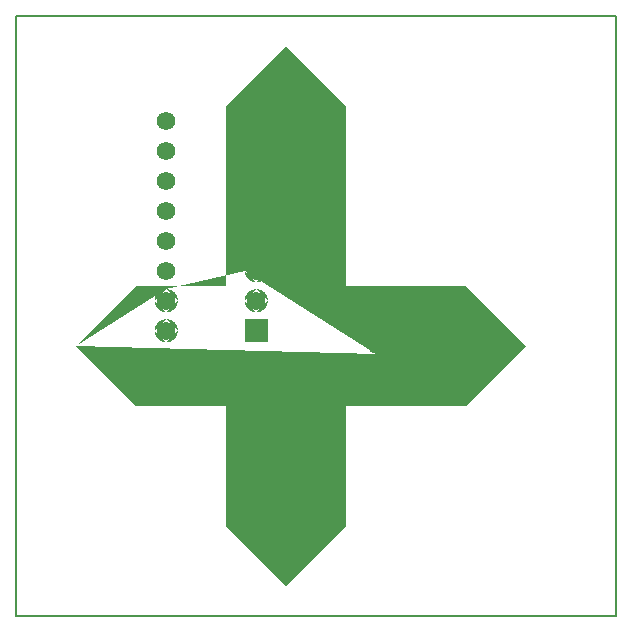
<source format=gtl>
G04 Format statement*
%FSLAX23Y23*%
%MOIN*%
G04 Apeture information*
%ADD10C,.003*%
%ADD11C,.005*%
%ADD12C,.001*%
%ADD13C,.008*%
%ADD14R,.062X.062*%
%ADD15R,.068X.068*%
%ADD16C,.062*%
%ADD17C,.068*%
%ADD18C,.040*%
%ADD19C,.046*%
%ADD20C,.006*%
G04 End of apeture information*
D14*D02*X800Y950*D03*
D16*D02*X800Y1050*D03*
D02*X800Y1150*D03*
D02*X800Y1250*D03*
D02*X800Y1350*D03*
D02*X800Y1450*D03*
D02*X800Y1550*D03*
D02*X800Y1650*D03*
D02*X500Y1650*D03*
D02*X500Y1550*D03*
D02*X500Y1450*D03*
D02*X500Y1350*D03*
D02*X500Y1250*D03*
D02*X500Y1150*D03*
D02*X500Y1050*D03*
D02*X500Y950*D03*
D13*D02*X0Y0*D01*X0Y2000*D02*
D02*X0Y2000*D01*X2000Y2000*D02*
D02*X2000Y0*D01*X2000Y2000*D02*
D02*X0Y0*D01*X2000Y0*D02*
D18*D02*X1200Y900*D03*
D02*X1300Y900*D03*
D12*
G36*
X200Y900D02*X400Y700D01*X700Y700D01*X700Y300D01*X900Y100D01*X1100Y300D01*X1100Y700D01*X1200Y700D01*X1200Y872D01*G74*G01X1200Y872D02*G02X1172Y900I0J28D01*D02*G01*
G74*G01X1172Y900D02*G02X1200Y928I28J0D01*D02*G01*
G74*G01X1200Y928D02*G02X1228Y900I0J28D01*D02*G01*
X1272Y900D01*G74*G01X1272Y900D02*G02X1300Y928I28J0D01*D02*G01*
G74*G01X1300Y928D02*G02X1328Y900I0J28D01*D02*G01*
G74*G01X1328Y900D02*G02X1300Y872I28J0D01*D02*G01*
G74*G01X1300Y872D02*G02X1272Y900I0J28D01*D02*G01*
X1228Y900D01*G74*G01X1228Y900D02*G02X1200Y872I28J0D01*D02*G01*
X1200Y700D01*X1500Y700D01*X1700Y900D01*X1500Y1100D01*X1100Y1100D01*X1100Y1700D01*X900Y1900D01*X700Y1700D01*X700Y1150D01*X761Y1150D01*G74*G01X761Y1150D02*G02X800Y1189I39J0D01*D02*G01*
X800Y1211D01*G74*G01X800Y1211D02*G02X761Y1250I0J39D01*D02*G01*
G74*G01X761Y1250D02*G02X800Y1289I39J0D01*D02*G01*
X800Y1311D01*G74*G01X800Y1311D02*G02X761Y1350I0J39D01*D02*G01*
G74*G01X761Y1350D02*G02X800Y1389I39J0D01*D02*G01*
X800Y1411D01*G74*G01X800Y1411D02*G02X761Y1450I0J39D01*D02*G01*
G74*G01X761Y1450D02*G02X800Y1489I39J0D01*D02*G01*
X800Y1511D01*G74*G01X800Y1511D02*G02X761Y1550I0J39D01*D02*G01*
G74*G01X761Y1550D02*G02X800Y1589I39J0D01*D02*G01*
X800Y1611D01*G74*G01X800Y1611D02*G02X761Y1650I0J39D01*D02*G01*
G74*G01X761Y1650D02*G02X800Y1689I39J0D01*D02*G01*
G74*G01X800Y1689D02*G02X839Y1650I0J39D01*D02*G01*
G74*G01X839Y1650D02*G02X800Y1611I39J0D01*D02*G01*
X800Y1589D01*G74*G01X800Y1589D02*G02X839Y1550I0J39D01*D02*G01*
G74*G01X839Y1550D02*G02X800Y1511I39J0D01*D02*G01*
X800Y1489D01*G74*G01X800Y1489D02*G02X839Y1450I0J39D01*D02*G01*
G74*G01X839Y1450D02*G02X800Y1411I39J0D01*D02*G01*
X800Y1389D01*G74*G01X800Y1389D02*G02X839Y1350I0J39D01*D02*G01*
G74*G01X839Y1350D02*G02X800Y1311I39J0D01*D02*G01*
X800Y1289D01*G74*G01X800Y1289D02*G02X839Y1250I0J39D01*D02*G01*
G74*G01X839Y1250D02*G02X800Y1211I39J0D01*D02*G01*
X800Y1189D01*G74*G01X800Y1189D02*G02X839Y1150I0J39D01*D02*G01*
G74*G01X839Y1150D02*G02X800Y1111I39J0D01*D02*G01*
X800Y1089D01*G74*G01X800Y1089D02*G02X839Y1050I0J39D01*D02*G01*
G74*G01X839Y1050D02*G02X800Y1011I39J0D01*D02*G01*
X800Y989D01*X761Y989D01*X761Y911D01*X839Y911D01*X839Y989D01*X800Y989D01*X800Y1011D01*G74*G01X800Y1011D02*G02X761Y1050I0J39D01*D02*G01*
G74*G01X761Y1050D02*G02X800Y1089I39J0D01*D02*G01*
X800Y1111D01*G74*G01X800Y1111D02*G02X761Y1150I0J39D01*D02*G01*
X700Y1150D01*X700Y1100D01*X500Y1100D01*X500Y1089D01*G74*G01X500Y1089D02*G02X539Y1050I0J39D01*D02*G01*
G74*G01X539Y1050D02*G02X500Y1011I39J0D01*D02*G01*
X500Y989D01*G74*G01X500Y989D02*G02X539Y950I0J39D01*D02*G01*
G74*G01X539Y950D02*G02X500Y911I39J0D01*D02*G01*
G74*G01X500Y911D02*G02X461Y950I0J39D01*D02*G01*
G74*G01X461Y950D02*G02X500Y989I39J0D01*D02*G01*
X500Y1011D01*G74*G01X500Y1011D02*G02X461Y1050I0J39D01*D02*G01*
G74*G01X461Y1050D02*G02X500Y1089I39J0D01*D02*G01*
X500Y1100D01*X400Y1100D01*X200Y900D01*G37*D02*
M02*

</source>
